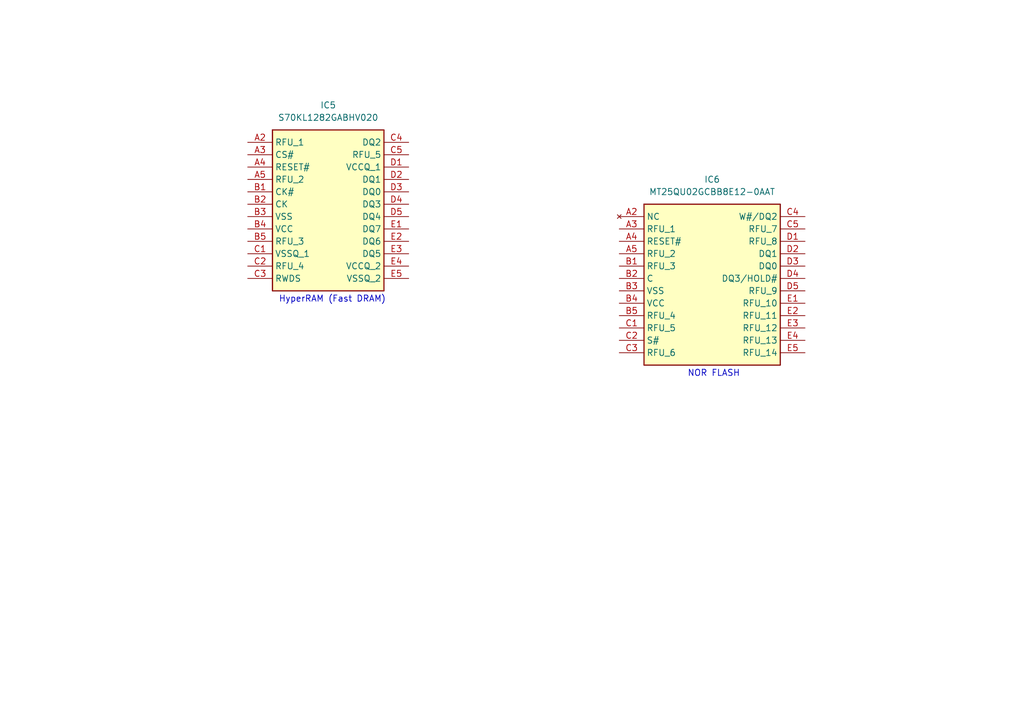
<source format=kicad_sch>
(kicad_sch
	(version 20231120)
	(generator "eeschema")
	(generator_version "8.0")
	(uuid "3a0e4662-b623-45d5-9e53-aeed632baf8f")
	(paper "A5")
	(title_block
		(title "Memory")
	)
	(lib_symbols
		(symbol "SamacSys_Parts:MT25QU02GCBB8E12-0AAT"
			(exclude_from_sim no)
			(in_bom yes)
			(on_board yes)
			(property "Reference" "IC"
				(at 34.29 7.62 0)
				(effects
					(font
						(size 1.27 1.27)
					)
					(justify left top)
				)
			)
			(property "Value" "MT25QU02GCBB8E12-0AAT"
				(at 34.29 5.08 0)
				(effects
					(font
						(size 1.27 1.27)
					)
					(justify left top)
				)
			)
			(property "Footprint" "BGA24C100P5X5_600X800X120"
				(at 34.29 -94.92 0)
				(effects
					(font
						(size 1.27 1.27)
					)
					(justify left top)
					(hide yes)
				)
			)
			(property "Datasheet" "https://datasheet.datasheetarchive.com/originals/distributors/DKDS42/DSANUWW0045439.pdf"
				(at 34.29 -194.92 0)
				(effects
					(font
						(size 1.27 1.27)
					)
					(justify left top)
					(hide yes)
				)
			)
			(property "Description" "NOR Flash SPI FLASH NOR SLC 512MX4 TBGA QDP"
				(at 0 0 0)
				(effects
					(font
						(size 1.27 1.27)
					)
					(hide yes)
				)
			)
			(property "Height" "1.2"
				(at 34.29 -394.92 0)
				(effects
					(font
						(size 1.27 1.27)
					)
					(justify left top)
					(hide yes)
				)
			)
			(property "Mouser Part Number" "340-336522-TRAY"
				(at 34.29 -494.92 0)
				(effects
					(font
						(size 1.27 1.27)
					)
					(justify left top)
					(hide yes)
				)
			)
			(property "Mouser Price/Stock" "https://www.mouser.co.uk/ProductDetail/Micron/MT25QU02GCBB8E12-0AAT?qs=rrS6PyfT74d7p8mPaOod1Q%3D%3D"
				(at 34.29 -594.92 0)
				(effects
					(font
						(size 1.27 1.27)
					)
					(justify left top)
					(hide yes)
				)
			)
			(property "Manufacturer_Name" "Micron"
				(at 34.29 -694.92 0)
				(effects
					(font
						(size 1.27 1.27)
					)
					(justify left top)
					(hide yes)
				)
			)
			(property "Manufacturer_Part_Number" "MT25QU02GCBB8E12-0AAT"
				(at 34.29 -794.92 0)
				(effects
					(font
						(size 1.27 1.27)
					)
					(justify left top)
					(hide yes)
				)
			)
			(symbol "MT25QU02GCBB8E12-0AAT_1_1"
				(rectangle
					(start 5.08 2.54)
					(end 33.02 -30.48)
					(stroke
						(width 0.254)
						(type default)
					)
					(fill
						(type background)
					)
				)
				(pin no_connect line
					(at 0 0 0)
					(length 5.08)
					(name "NC"
						(effects
							(font
								(size 1.27 1.27)
							)
						)
					)
					(number "A2"
						(effects
							(font
								(size 1.27 1.27)
							)
						)
					)
				)
				(pin passive line
					(at 0 -2.54 0)
					(length 5.08)
					(name "RFU_1"
						(effects
							(font
								(size 1.27 1.27)
							)
						)
					)
					(number "A3"
						(effects
							(font
								(size 1.27 1.27)
							)
						)
					)
				)
				(pin passive line
					(at 0 -5.08 0)
					(length 5.08)
					(name "RESET#"
						(effects
							(font
								(size 1.27 1.27)
							)
						)
					)
					(number "A4"
						(effects
							(font
								(size 1.27 1.27)
							)
						)
					)
				)
				(pin passive line
					(at 0 -7.62 0)
					(length 5.08)
					(name "RFU_2"
						(effects
							(font
								(size 1.27 1.27)
							)
						)
					)
					(number "A5"
						(effects
							(font
								(size 1.27 1.27)
							)
						)
					)
				)
				(pin passive line
					(at 0 -10.16 0)
					(length 5.08)
					(name "RFU_3"
						(effects
							(font
								(size 1.27 1.27)
							)
						)
					)
					(number "B1"
						(effects
							(font
								(size 1.27 1.27)
							)
						)
					)
				)
				(pin passive line
					(at 0 -12.7 0)
					(length 5.08)
					(name "C"
						(effects
							(font
								(size 1.27 1.27)
							)
						)
					)
					(number "B2"
						(effects
							(font
								(size 1.27 1.27)
							)
						)
					)
				)
				(pin passive line
					(at 0 -15.24 0)
					(length 5.08)
					(name "VSS"
						(effects
							(font
								(size 1.27 1.27)
							)
						)
					)
					(number "B3"
						(effects
							(font
								(size 1.27 1.27)
							)
						)
					)
				)
				(pin passive line
					(at 0 -17.78 0)
					(length 5.08)
					(name "VCC"
						(effects
							(font
								(size 1.27 1.27)
							)
						)
					)
					(number "B4"
						(effects
							(font
								(size 1.27 1.27)
							)
						)
					)
				)
				(pin passive line
					(at 0 -20.32 0)
					(length 5.08)
					(name "RFU_4"
						(effects
							(font
								(size 1.27 1.27)
							)
						)
					)
					(number "B5"
						(effects
							(font
								(size 1.27 1.27)
							)
						)
					)
				)
				(pin passive line
					(at 0 -22.86 0)
					(length 5.08)
					(name "RFU_5"
						(effects
							(font
								(size 1.27 1.27)
							)
						)
					)
					(number "C1"
						(effects
							(font
								(size 1.27 1.27)
							)
						)
					)
				)
				(pin passive line
					(at 0 -25.4 0)
					(length 5.08)
					(name "S#"
						(effects
							(font
								(size 1.27 1.27)
							)
						)
					)
					(number "C2"
						(effects
							(font
								(size 1.27 1.27)
							)
						)
					)
				)
				(pin passive line
					(at 0 -27.94 0)
					(length 5.08)
					(name "RFU_6"
						(effects
							(font
								(size 1.27 1.27)
							)
						)
					)
					(number "C3"
						(effects
							(font
								(size 1.27 1.27)
							)
						)
					)
				)
				(pin passive line
					(at 38.1 0 180)
					(length 5.08)
					(name "W#/DQ2"
						(effects
							(font
								(size 1.27 1.27)
							)
						)
					)
					(number "C4"
						(effects
							(font
								(size 1.27 1.27)
							)
						)
					)
				)
				(pin passive line
					(at 38.1 -2.54 180)
					(length 5.08)
					(name "RFU_7"
						(effects
							(font
								(size 1.27 1.27)
							)
						)
					)
					(number "C5"
						(effects
							(font
								(size 1.27 1.27)
							)
						)
					)
				)
				(pin passive line
					(at 38.1 -5.08 180)
					(length 5.08)
					(name "RFU_8"
						(effects
							(font
								(size 1.27 1.27)
							)
						)
					)
					(number "D1"
						(effects
							(font
								(size 1.27 1.27)
							)
						)
					)
				)
				(pin passive line
					(at 38.1 -7.62 180)
					(length 5.08)
					(name "DQ1"
						(effects
							(font
								(size 1.27 1.27)
							)
						)
					)
					(number "D2"
						(effects
							(font
								(size 1.27 1.27)
							)
						)
					)
				)
				(pin passive line
					(at 38.1 -10.16 180)
					(length 5.08)
					(name "DQ0"
						(effects
							(font
								(size 1.27 1.27)
							)
						)
					)
					(number "D3"
						(effects
							(font
								(size 1.27 1.27)
							)
						)
					)
				)
				(pin passive line
					(at 38.1 -12.7 180)
					(length 5.08)
					(name "DQ3/HOLD#"
						(effects
							(font
								(size 1.27 1.27)
							)
						)
					)
					(number "D4"
						(effects
							(font
								(size 1.27 1.27)
							)
						)
					)
				)
				(pin passive line
					(at 38.1 -15.24 180)
					(length 5.08)
					(name "RFU_9"
						(effects
							(font
								(size 1.27 1.27)
							)
						)
					)
					(number "D5"
						(effects
							(font
								(size 1.27 1.27)
							)
						)
					)
				)
				(pin passive line
					(at 38.1 -17.78 180)
					(length 5.08)
					(name "RFU_10"
						(effects
							(font
								(size 1.27 1.27)
							)
						)
					)
					(number "E1"
						(effects
							(font
								(size 1.27 1.27)
							)
						)
					)
				)
				(pin passive line
					(at 38.1 -20.32 180)
					(length 5.08)
					(name "RFU_11"
						(effects
							(font
								(size 1.27 1.27)
							)
						)
					)
					(number "E2"
						(effects
							(font
								(size 1.27 1.27)
							)
						)
					)
				)
				(pin passive line
					(at 38.1 -22.86 180)
					(length 5.08)
					(name "RFU_12"
						(effects
							(font
								(size 1.27 1.27)
							)
						)
					)
					(number "E3"
						(effects
							(font
								(size 1.27 1.27)
							)
						)
					)
				)
				(pin passive line
					(at 38.1 -25.4 180)
					(length 5.08)
					(name "RFU_13"
						(effects
							(font
								(size 1.27 1.27)
							)
						)
					)
					(number "E4"
						(effects
							(font
								(size 1.27 1.27)
							)
						)
					)
				)
				(pin passive line
					(at 38.1 -27.94 180)
					(length 5.08)
					(name "RFU_14"
						(effects
							(font
								(size 1.27 1.27)
							)
						)
					)
					(number "E5"
						(effects
							(font
								(size 1.27 1.27)
							)
						)
					)
				)
			)
		)
		(symbol "SamacSys_Parts:S70KL1282GABHV020"
			(exclude_from_sim no)
			(in_bom yes)
			(on_board yes)
			(property "Reference" "IC"
				(at 29.21 7.62 0)
				(effects
					(font
						(size 1.27 1.27)
					)
					(justify left top)
				)
			)
			(property "Value" "S70KL1282GABHV020"
				(at 29.21 5.08 0)
				(effects
					(font
						(size 1.27 1.27)
					)
					(justify left top)
				)
			)
			(property "Footprint" "BGA24C100P5X5_600X800X100"
				(at 29.21 -94.92 0)
				(effects
					(font
						(size 1.27 1.27)
					)
					(justify left top)
					(hide yes)
				)
			)
			(property "Datasheet" "https://www.cypress.com/file/501841/download"
				(at 29.21 -194.92 0)
				(effects
					(font
						(size 1.27 1.27)
					)
					(justify left top)
					(hide yes)
				)
			)
			(property "Description" "DRAM HyperRAM"
				(at 0 0 0)
				(effects
					(font
						(size 1.27 1.27)
					)
					(hide yes)
				)
			)
			(property "Height" "1"
				(at 29.21 -394.92 0)
				(effects
					(font
						(size 1.27 1.27)
					)
					(justify left top)
					(hide yes)
				)
			)
			(property "Mouser Part Number" "727-S70KL1282GABHV2"
				(at 29.21 -494.92 0)
				(effects
					(font
						(size 1.27 1.27)
					)
					(justify left top)
					(hide yes)
				)
			)
			(property "Mouser Price/Stock" "https://www.mouser.co.uk/ProductDetail/Infineon-Technologies/S70KL1282GABHV020?qs=sPbYRqrBIVnZUdfTED8OOQ%3D%3D"
				(at 29.21 -594.92 0)
				(effects
					(font
						(size 1.27 1.27)
					)
					(justify left top)
					(hide yes)
				)
			)
			(property "Manufacturer_Name" "Infineon"
				(at 29.21 -694.92 0)
				(effects
					(font
						(size 1.27 1.27)
					)
					(justify left top)
					(hide yes)
				)
			)
			(property "Manufacturer_Part_Number" "S70KL1282GABHV020"
				(at 29.21 -794.92 0)
				(effects
					(font
						(size 1.27 1.27)
					)
					(justify left top)
					(hide yes)
				)
			)
			(symbol "S70KL1282GABHV020_1_1"
				(rectangle
					(start 5.08 2.54)
					(end 27.94 -30.48)
					(stroke
						(width 0.254)
						(type default)
					)
					(fill
						(type background)
					)
				)
				(pin passive line
					(at 0 0 0)
					(length 5.08)
					(name "RFU_1"
						(effects
							(font
								(size 1.27 1.27)
							)
						)
					)
					(number "A2"
						(effects
							(font
								(size 1.27 1.27)
							)
						)
					)
				)
				(pin passive line
					(at 0 -2.54 0)
					(length 5.08)
					(name "CS#"
						(effects
							(font
								(size 1.27 1.27)
							)
						)
					)
					(number "A3"
						(effects
							(font
								(size 1.27 1.27)
							)
						)
					)
				)
				(pin passive line
					(at 0 -5.08 0)
					(length 5.08)
					(name "RESET#"
						(effects
							(font
								(size 1.27 1.27)
							)
						)
					)
					(number "A4"
						(effects
							(font
								(size 1.27 1.27)
							)
						)
					)
				)
				(pin passive line
					(at 0 -7.62 0)
					(length 5.08)
					(name "RFU_2"
						(effects
							(font
								(size 1.27 1.27)
							)
						)
					)
					(number "A5"
						(effects
							(font
								(size 1.27 1.27)
							)
						)
					)
				)
				(pin passive line
					(at 0 -10.16 0)
					(length 5.08)
					(name "CK#"
						(effects
							(font
								(size 1.27 1.27)
							)
						)
					)
					(number "B1"
						(effects
							(font
								(size 1.27 1.27)
							)
						)
					)
				)
				(pin passive line
					(at 0 -12.7 0)
					(length 5.08)
					(name "CK"
						(effects
							(font
								(size 1.27 1.27)
							)
						)
					)
					(number "B2"
						(effects
							(font
								(size 1.27 1.27)
							)
						)
					)
				)
				(pin passive line
					(at 0 -15.24 0)
					(length 5.08)
					(name "VSS"
						(effects
							(font
								(size 1.27 1.27)
							)
						)
					)
					(number "B3"
						(effects
							(font
								(size 1.27 1.27)
							)
						)
					)
				)
				(pin passive line
					(at 0 -17.78 0)
					(length 5.08)
					(name "VCC"
						(effects
							(font
								(size 1.27 1.27)
							)
						)
					)
					(number "B4"
						(effects
							(font
								(size 1.27 1.27)
							)
						)
					)
				)
				(pin passive line
					(at 0 -20.32 0)
					(length 5.08)
					(name "RFU_3"
						(effects
							(font
								(size 1.27 1.27)
							)
						)
					)
					(number "B5"
						(effects
							(font
								(size 1.27 1.27)
							)
						)
					)
				)
				(pin passive line
					(at 0 -22.86 0)
					(length 5.08)
					(name "VSSQ_1"
						(effects
							(font
								(size 1.27 1.27)
							)
						)
					)
					(number "C1"
						(effects
							(font
								(size 1.27 1.27)
							)
						)
					)
				)
				(pin passive line
					(at 0 -25.4 0)
					(length 5.08)
					(name "RFU_4"
						(effects
							(font
								(size 1.27 1.27)
							)
						)
					)
					(number "C2"
						(effects
							(font
								(size 1.27 1.27)
							)
						)
					)
				)
				(pin passive line
					(at 0 -27.94 0)
					(length 5.08)
					(name "RWDS"
						(effects
							(font
								(size 1.27 1.27)
							)
						)
					)
					(number "C3"
						(effects
							(font
								(size 1.27 1.27)
							)
						)
					)
				)
				(pin passive line
					(at 33.02 0 180)
					(length 5.08)
					(name "DQ2"
						(effects
							(font
								(size 1.27 1.27)
							)
						)
					)
					(number "C4"
						(effects
							(font
								(size 1.27 1.27)
							)
						)
					)
				)
				(pin passive line
					(at 33.02 -2.54 180)
					(length 5.08)
					(name "RFU_5"
						(effects
							(font
								(size 1.27 1.27)
							)
						)
					)
					(number "C5"
						(effects
							(font
								(size 1.27 1.27)
							)
						)
					)
				)
				(pin passive line
					(at 33.02 -5.08 180)
					(length 5.08)
					(name "VCCQ_1"
						(effects
							(font
								(size 1.27 1.27)
							)
						)
					)
					(number "D1"
						(effects
							(font
								(size 1.27 1.27)
							)
						)
					)
				)
				(pin passive line
					(at 33.02 -7.62 180)
					(length 5.08)
					(name "DQ1"
						(effects
							(font
								(size 1.27 1.27)
							)
						)
					)
					(number "D2"
						(effects
							(font
								(size 1.27 1.27)
							)
						)
					)
				)
				(pin passive line
					(at 33.02 -10.16 180)
					(length 5.08)
					(name "DQ0"
						(effects
							(font
								(size 1.27 1.27)
							)
						)
					)
					(number "D3"
						(effects
							(font
								(size 1.27 1.27)
							)
						)
					)
				)
				(pin passive line
					(at 33.02 -12.7 180)
					(length 5.08)
					(name "DQ3"
						(effects
							(font
								(size 1.27 1.27)
							)
						)
					)
					(number "D4"
						(effects
							(font
								(size 1.27 1.27)
							)
						)
					)
				)
				(pin passive line
					(at 33.02 -15.24 180)
					(length 5.08)
					(name "DQ4"
						(effects
							(font
								(size 1.27 1.27)
							)
						)
					)
					(number "D5"
						(effects
							(font
								(size 1.27 1.27)
							)
						)
					)
				)
				(pin passive line
					(at 33.02 -17.78 180)
					(length 5.08)
					(name "DQ7"
						(effects
							(font
								(size 1.27 1.27)
							)
						)
					)
					(number "E1"
						(effects
							(font
								(size 1.27 1.27)
							)
						)
					)
				)
				(pin passive line
					(at 33.02 -20.32 180)
					(length 5.08)
					(name "DQ6"
						(effects
							(font
								(size 1.27 1.27)
							)
						)
					)
					(number "E2"
						(effects
							(font
								(size 1.27 1.27)
							)
						)
					)
				)
				(pin passive line
					(at 33.02 -22.86 180)
					(length 5.08)
					(name "DQ5"
						(effects
							(font
								(size 1.27 1.27)
							)
						)
					)
					(number "E3"
						(effects
							(font
								(size 1.27 1.27)
							)
						)
					)
				)
				(pin passive line
					(at 33.02 -25.4 180)
					(length 5.08)
					(name "VCCQ_2"
						(effects
							(font
								(size 1.27 1.27)
							)
						)
					)
					(number "E4"
						(effects
							(font
								(size 1.27 1.27)
							)
						)
					)
				)
				(pin passive line
					(at 33.02 -27.94 180)
					(length 5.08)
					(name "VSSQ_2"
						(effects
							(font
								(size 1.27 1.27)
							)
						)
					)
					(number "E5"
						(effects
							(font
								(size 1.27 1.27)
							)
						)
					)
				)
			)
		)
	)
	(text "HyperRAM (Fast DRAM)"
		(exclude_from_sim no)
		(at 57.15 62.23 0)
		(effects
			(font
				(size 1.27 1.27)
			)
			(justify left bottom)
		)
		(uuid "53700085-cf13-40cc-ab79-98890677119b")
	)
	(text "NOR FLASH"
		(exclude_from_sim no)
		(at 140.97 77.47 0)
		(effects
			(font
				(size 1.27 1.27)
			)
			(justify left bottom)
		)
		(uuid "86bfa60b-c93e-45fe-be60-6adadccb362f")
	)
	(symbol
		(lib_id "SamacSys_Parts:MT25QU02GCBB8E12-0AAT")
		(at 127 44.45 0)
		(unit 1)
		(exclude_from_sim no)
		(in_bom yes)
		(on_board yes)
		(dnp no)
		(fields_autoplaced yes)
		(uuid "4d716e72-a622-408a-b09a-17219554af60")
		(property "Reference" "IC6"
			(at 146.05 36.83 0)
			(effects
				(font
					(size 1.27 1.27)
				)
			)
		)
		(property "Value" "MT25QU02GCBB8E12-0AAT"
			(at 146.05 39.37 0)
			(effects
				(font
					(size 1.27 1.27)
				)
			)
		)
		(property "Footprint" "BGA24C100P5X5_600X800X120"
			(at 161.29 139.37 0)
			(effects
				(font
					(size 1.27 1.27)
				)
				(justify left top)
				(hide yes)
			)
		)
		(property "Datasheet" "https://datasheet.datasheetarchive.com/originals/distributors/DKDS42/DSANUWW0045439.pdf"
			(at 161.29 239.37 0)
			(effects
				(font
					(size 1.27 1.27)
				)
				(justify left top)
				(hide yes)
			)
		)
		(property "Description" ""
			(at 127 44.45 0)
			(effects
				(font
					(size 1.27 1.27)
				)
				(hide yes)
			)
		)
		(property "Height" "1.2"
			(at 161.29 439.37 0)
			(effects
				(font
					(size 1.27 1.27)
				)
				(justify left top)
				(hide yes)
			)
		)
		(property "Mouser Part Number" "340-336522-TRAY"
			(at 161.29 539.37 0)
			(effects
				(font
					(size 1.27 1.27)
				)
				(justify left top)
				(hide yes)
			)
		)
		(property "Mouser Price/Stock" "https://www.mouser.co.uk/ProductDetail/Micron/MT25QU02GCBB8E12-0AAT?qs=rrS6PyfT74d7p8mPaOod1Q%3D%3D"
			(at 161.29 639.37 0)
			(effects
				(font
					(size 1.27 1.27)
				)
				(justify left top)
				(hide yes)
			)
		)
		(property "Manufacturer_Name" "Micron"
			(at 161.29 739.37 0)
			(effects
				(font
					(size 1.27 1.27)
				)
				(justify left top)
				(hide yes)
			)
		)
		(property "Manufacturer_Part_Number" "MT25QU02GCBB8E12-0AAT"
			(at 161.29 839.37 0)
			(effects
				(font
					(size 1.27 1.27)
				)
				(justify left top)
				(hide yes)
			)
		)
		(pin "E3"
			(uuid "92ed13ce-a0b8-41c9-bb3b-7c2746c245a6")
		)
		(pin "C3"
			(uuid "c3f81cfd-26f3-468f-bd53-b5dc8e98656c")
		)
		(pin "B1"
			(uuid "d3a8d291-f5eb-45da-8508-d93425ee314e")
		)
		(pin "C4"
			(uuid "98762011-ee3b-4267-8e68-9b030476bc69")
		)
		(pin "C5"
			(uuid "9c8b10df-4947-455b-87fd-5e15d4b74f5f")
		)
		(pin "D5"
			(uuid "508e8720-f976-44c1-a599-00d9581c7c3d")
		)
		(pin "B4"
			(uuid "ac8b7bf6-c1b5-47e6-b03f-ef53f5c58789")
		)
		(pin "B3"
			(uuid "eb1affb7-f4ef-44ba-912e-5987c7d53efb")
		)
		(pin "E5"
			(uuid "2ff5dd50-2166-4e96-8164-dca08e71be60")
		)
		(pin "E2"
			(uuid "45c2e4fe-60e8-46b0-904e-16cd239b7b09")
		)
		(pin "A4"
			(uuid "7218be27-5bce-48f4-a584-808696049aee")
		)
		(pin "D2"
			(uuid "69b04bb4-2f77-4994-87a9-e42f7d4b44ae")
		)
		(pin "B5"
			(uuid "795eea94-cb23-4388-baa0-e6af90f5e6a7")
		)
		(pin "A5"
			(uuid "727f410d-deca-4ea3-8cb3-b1abcc8a0d18")
		)
		(pin "A3"
			(uuid "56837a4c-9f77-4f0f-9762-fb187bb402ff")
		)
		(pin "B2"
			(uuid "2a421f7f-c8f0-4c3a-a919-a0a42ef3ef03")
		)
		(pin "D3"
			(uuid "31357e35-3c10-47b3-abf5-4c2b9fb525c9")
		)
		(pin "E4"
			(uuid "e41f899f-e55a-4626-a712-aa8bb82a2ab2")
		)
		(pin "C1"
			(uuid "566f5638-a503-4185-b9b2-0e26bc52af6a")
		)
		(pin "C2"
			(uuid "8fba66ef-6e00-4994-b8c8-c69c7d4beb56")
		)
		(pin "D1"
			(uuid "9623b0bf-f7fd-46c3-96db-922aa98c8169")
		)
		(pin "A2"
			(uuid "2d51d09b-f2c5-47c6-9659-26225e086397")
		)
		(pin "E1"
			(uuid "8bc5b345-c0f6-425a-94c9-00df012d4459")
		)
		(pin "D4"
			(uuid "ce447a82-fa63-483d-ab7c-3b768ecf899e")
		)
		(instances
			(project "drone"
				(path "/d34d8324-c983-4098-8d7e-5c2fbd34794d/4100cf90-4d91-4a61-8724-d501936d5e21"
					(reference "IC6")
					(unit 1)
				)
			)
		)
	)
	(symbol
		(lib_id "SamacSys_Parts:S70KL1282GABHV020")
		(at 50.8 29.21 0)
		(unit 1)
		(exclude_from_sim no)
		(in_bom yes)
		(on_board yes)
		(dnp no)
		(fields_autoplaced yes)
		(uuid "cb98ed55-4b52-41b4-b98c-39a439bbded8")
		(property "Reference" "IC5"
			(at 67.31 21.59 0)
			(effects
				(font
					(size 1.27 1.27)
				)
			)
		)
		(property "Value" "S70KL1282GABHV020"
			(at 67.31 24.13 0)
			(effects
				(font
					(size 1.27 1.27)
				)
			)
		)
		(property "Footprint" "BGA24C100P5X5_600X800X100"
			(at 80.01 124.13 0)
			(effects
				(font
					(size 1.27 1.27)
				)
				(justify left top)
				(hide yes)
			)
		)
		(property "Datasheet" "https://www.cypress.com/file/501841/download"
			(at 80.01 224.13 0)
			(effects
				(font
					(size 1.27 1.27)
				)
				(justify left top)
				(hide yes)
			)
		)
		(property "Description" ""
			(at 50.8 29.21 0)
			(effects
				(font
					(size 1.27 1.27)
				)
				(hide yes)
			)
		)
		(property "Height" "1"
			(at 80.01 424.13 0)
			(effects
				(font
					(size 1.27 1.27)
				)
				(justify left top)
				(hide yes)
			)
		)
		(property "Mouser Part Number" "727-S70KL1282GABHV2"
			(at 80.01 524.13 0)
			(effects
				(font
					(size 1.27 1.27)
				)
				(justify left top)
				(hide yes)
			)
		)
		(property "Mouser Price/Stock" "https://www.mouser.co.uk/ProductDetail/Infineon-Technologies/S70KL1282GABHV020?qs=sPbYRqrBIVnZUdfTED8OOQ%3D%3D"
			(at 80.01 624.13 0)
			(effects
				(font
					(size 1.27 1.27)
				)
				(justify left top)
				(hide yes)
			)
		)
		(property "Manufacturer_Name" "Infineon"
			(at 80.01 724.13 0)
			(effects
				(font
					(size 1.27 1.27)
				)
				(justify left top)
				(hide yes)
			)
		)
		(property "Manufacturer_Part_Number" "S70KL1282GABHV020"
			(at 80.01 824.13 0)
			(effects
				(font
					(size 1.27 1.27)
				)
				(justify left top)
				(hide yes)
			)
		)
		(pin "E4"
			(uuid "e3200076-6112-48dd-9b51-aade081ab42a")
		)
		(pin "B5"
			(uuid "06d9fa92-f88f-4728-b674-6ae4d693e2a5")
		)
		(pin "A2"
			(uuid "047268ef-9e46-4f1b-b949-145a55cae531")
		)
		(pin "C5"
			(uuid "f0bbddd1-7779-4575-ad63-faaa1c2deb15")
		)
		(pin "E5"
			(uuid "fd51ec44-25fd-4d15-9c75-fc695d867591")
		)
		(pin "E2"
			(uuid "fd4cea0d-1f20-4348-a420-ceaa0363343b")
		)
		(pin "C2"
			(uuid "86f44453-865d-401c-a193-7b42a883fd51")
		)
		(pin "D2"
			(uuid "4753bb91-1ec2-460a-ad29-cde98e9ef2dd")
		)
		(pin "A5"
			(uuid "154b5a0d-7cd1-40e4-9d48-c3812f0ce922")
		)
		(pin "E1"
			(uuid "f2f86c41-b433-4283-9172-1989263535a4")
		)
		(pin "D5"
			(uuid "9f83eed9-68b4-4d65-9349-e5ed6d1fd18c")
		)
		(pin "B3"
			(uuid "ee36890a-6198-4485-b290-1ec68675139f")
		)
		(pin "D3"
			(uuid "02e9e3cf-8dac-4d81-8bb2-c6c52ca86151")
		)
		(pin "B4"
			(uuid "07bb00e8-66df-47c6-aad5-f6d3e21b0eb9")
		)
		(pin "C4"
			(uuid "e952682b-4896-4600-8134-8881342a314d")
		)
		(pin "B2"
			(uuid "56236170-eb83-4163-a2a1-245a0f579fad")
		)
		(pin "D1"
			(uuid "5759ee39-763f-4e0b-97fd-f023064dd3fc")
		)
		(pin "C1"
			(uuid "2bfb0ed1-3e18-47a0-be1c-1e09407c0c22")
		)
		(pin "C3"
			(uuid "489d4e6f-1e18-40b4-9cce-305ffd928e7d")
		)
		(pin "A4"
			(uuid "6f43947d-c7b4-44e2-b66a-930545eb3dd6")
		)
		(pin "E3"
			(uuid "79ac3d39-a6ae-41d6-abab-22cfe86f2f9c")
		)
		(pin "A3"
			(uuid "b2d090f9-aea8-425c-bd74-a93eefdf6ec2")
		)
		(pin "B1"
			(uuid "c1bf4e61-44e1-4a9a-b7c0-8542b54ca66a")
		)
		(pin "D4"
			(uuid "141f42ad-5a83-4788-89da-21a6a42ea1db")
		)
		(instances
			(project "drone"
				(path "/d34d8324-c983-4098-8d7e-5c2fbd34794d/4100cf90-4d91-4a61-8724-d501936d5e21"
					(reference "IC5")
					(unit 1)
				)
			)
		)
	)
)

</source>
